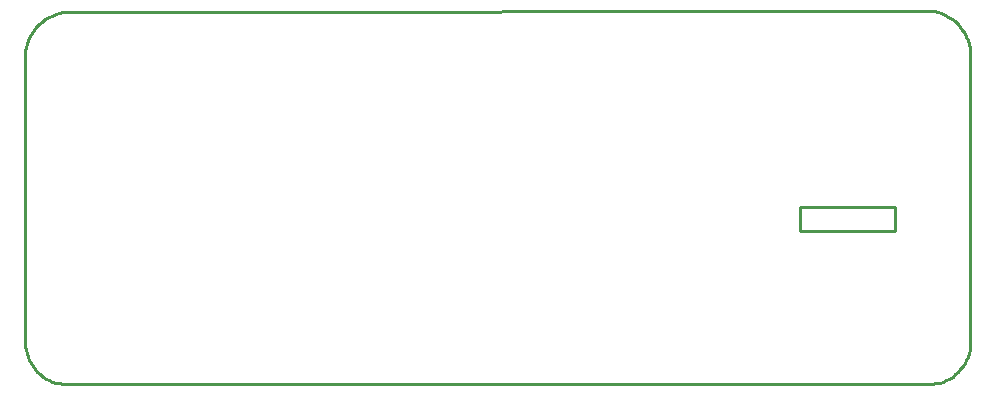
<source format=gbr>
G04 EAGLE Gerber RS-274X export*
G75*
%MOMM*%
%FSLAX34Y34*%
%LPD*%
%IN*%
%IPPOS*%
%AMOC8*
5,1,8,0,0,1.08239X$1,22.5*%
G01*
%ADD10C,0.254000*%


D10*
X0Y35000D02*
X133Y31950D01*
X532Y28922D01*
X1193Y25941D01*
X2111Y23029D01*
X3279Y20208D01*
X4689Y17500D01*
X6330Y14925D01*
X8188Y12502D01*
X10251Y10251D01*
X12502Y8188D01*
X14925Y6330D01*
X17500Y4689D01*
X20208Y3279D01*
X23029Y2111D01*
X25941Y1193D01*
X28922Y532D01*
X31950Y133D01*
X35000Y0D01*
X765000Y0D01*
X768050Y133D01*
X771078Y532D01*
X774059Y1193D01*
X776971Y2111D01*
X779792Y3279D01*
X782500Y4689D01*
X785075Y6330D01*
X787498Y8188D01*
X789749Y10251D01*
X791812Y12502D01*
X793670Y14925D01*
X795311Y17500D01*
X796721Y20208D01*
X797889Y23029D01*
X798807Y25941D01*
X799468Y28922D01*
X799867Y31950D01*
X800000Y35000D01*
X800000Y275000D01*
X800167Y278278D01*
X800048Y281557D01*
X799643Y284814D01*
X798956Y288023D01*
X797992Y291160D01*
X796758Y294201D01*
X795263Y297122D01*
X793520Y299903D01*
X791541Y302521D01*
X789342Y304956D01*
X786938Y307191D01*
X784349Y309208D01*
X781594Y310991D01*
X778695Y312527D01*
X775672Y313805D01*
X772549Y314815D01*
X769350Y315548D01*
X766100Y316000D01*
X35421Y315000D01*
X32155Y314670D01*
X28930Y314056D01*
X25770Y313163D01*
X22701Y311999D01*
X19744Y310571D01*
X16924Y308891D01*
X14260Y306972D01*
X11774Y304828D01*
X9484Y302475D01*
X7408Y299932D01*
X5562Y297218D01*
X3959Y294352D01*
X2612Y291358D01*
X1531Y288258D01*
X724Y285076D01*
X197Y281836D01*
X-44Y278561D01*
X0Y275279D01*
X0Y35000D01*
X656000Y130000D02*
X736000Y130000D01*
X736000Y150000D01*
X656000Y150000D01*
X656000Y130000D01*
M02*

</source>
